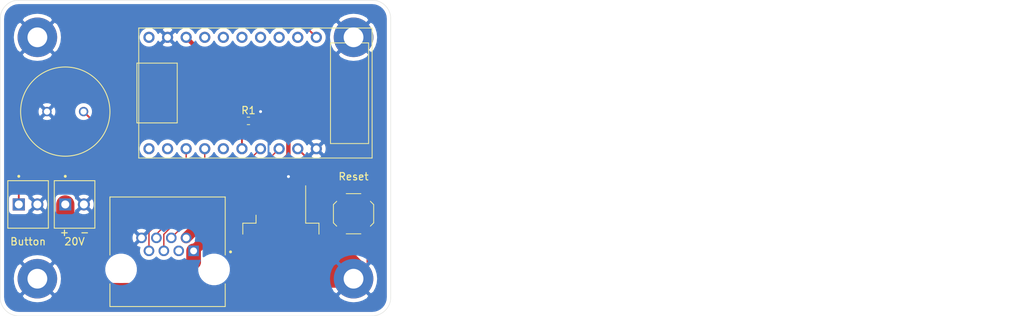
<source format=kicad_pcb>
(kicad_pcb (version 20171130) (host pcbnew 5.1.6-c6e7f7d~87~ubuntu18.04.1)

  (general
    (thickness 1.6)
    (drawings 15)
    (tracks 58)
    (zones 0)
    (modules 12)
    (nets 22)
  )

  (page A4)
  (layers
    (0 F.Cu signal)
    (31 B.Cu signal hide)
    (32 B.Adhes user hide)
    (33 F.Adhes user hide)
    (34 B.Paste user)
    (35 F.Paste user hide)
    (36 B.SilkS user)
    (37 F.SilkS user)
    (38 B.Mask user)
    (39 F.Mask user)
    (40 Dwgs.User user hide)
    (41 Cmts.User user)
    (42 Eco1.User user hide)
    (43 Eco2.User user hide)
    (44 Edge.Cuts user)
    (45 Margin user hide)
    (46 B.CrtYd user hide)
    (47 F.CrtYd user hide)
    (48 B.Fab user hide)
    (49 F.Fab user hide)
  )

  (setup
    (last_trace_width 0.25)
    (user_trace_width 0.18)
    (user_trace_width 1)
    (user_trace_width 1.5)
    (trace_clearance 0.2)
    (zone_clearance 0.508)
    (zone_45_only no)
    (trace_min 0.1524)
    (via_size 0.8)
    (via_drill 0.4)
    (via_min_size 0.4)
    (via_min_drill 0.3)
    (uvia_size 0.3)
    (uvia_drill 0.1)
    (uvias_allowed no)
    (uvia_min_size 0.2)
    (uvia_min_drill 0.1)
    (edge_width 0.05)
    (segment_width 0.2)
    (pcb_text_width 0.3)
    (pcb_text_size 1.5 1.5)
    (mod_edge_width 0.12)
    (mod_text_size 1 1)
    (mod_text_width 0.15)
    (pad_size 1.524 1.524)
    (pad_drill 0.762)
    (pad_to_mask_clearance 0.05)
    (aux_axis_origin 0 0)
    (grid_origin 62.23 110.49)
    (visible_elements FFFFFF7F)
    (pcbplotparams
      (layerselection 0x010fc_ffffffff)
      (usegerberextensions false)
      (usegerberattributes true)
      (usegerberadvancedattributes true)
      (creategerberjobfile true)
      (excludeedgelayer true)
      (linewidth 0.100000)
      (plotframeref false)
      (viasonmask false)
      (mode 1)
      (useauxorigin false)
      (hpglpennumber 1)
      (hpglpenspeed 20)
      (hpglpendiameter 15.000000)
      (psnegative false)
      (psa4output false)
      (plotreference true)
      (plotvalue true)
      (plotinvisibletext false)
      (padsonsilk false)
      (subtractmaskfromsilk false)
      (outputformat 1)
      (mirror false)
      (drillshape 1)
      (scaleselection 1)
      (outputdirectory ""))
  )

  (net 0 "")
  (net 1 "Net-(J1-Pad3)")
  (net 2 "Net-(XA1-Pad10)")
  (net 3 "Net-(XA1-Pad7)")
  (net 4 "Net-(XA1-Pad6)")
  (net 5 "Net-(XA1-Pad5)")
  (net 6 "Net-(XA1-Pad4)")
  (net 7 "Net-(XA1-Pad3)")
  (net 8 "Net-(XA1-Pad2)")
  (net 9 "Net-(XA1-Pad15)")
  (net 10 "Net-(XA1-Pad12)")
  (net 11 "Net-(XA1-Pad11)")
  (net 12 GND)
  (net 13 /SYNC)
  (net 14 /RESET)
  (net 15 /RX)
  (net 16 /TX)
  (net 17 /5V)
  (net 18 /20V)
  (net 19 "Net-(J2-Pad1)")
  (net 20 "Net-(LS1-Pad1)")
  (net 21 "Net-(SW1-Pad1)")

  (net_class Default "This is the default net class."
    (clearance 0.2)
    (trace_width 0.25)
    (via_dia 0.8)
    (via_drill 0.4)
    (uvia_dia 0.3)
    (uvia_drill 0.1)
    (add_net /20V)
    (add_net /5V)
    (add_net /RESET)
    (add_net /RX)
    (add_net /SYNC)
    (add_net /TX)
    (add_net GND)
    (add_net "Net-(J1-Pad3)")
    (add_net "Net-(J2-Pad1)")
    (add_net "Net-(LS1-Pad1)")
    (add_net "Net-(SW1-Pad1)")
    (add_net "Net-(XA1-Pad10)")
    (add_net "Net-(XA1-Pad11)")
    (add_net "Net-(XA1-Pad12)")
    (add_net "Net-(XA1-Pad15)")
    (add_net "Net-(XA1-Pad2)")
    (add_net "Net-(XA1-Pad3)")
    (add_net "Net-(XA1-Pad4)")
    (add_net "Net-(XA1-Pad5)")
    (add_net "Net-(XA1-Pad6)")
    (add_net "Net-(XA1-Pad7)")
  )

  (module MountingHole:MountingHole_2.7mm_M2.5_Pad (layer F.Cu) (tedit 56D1B4CB) (tstamp 5F566A05)
    (at 105.41 110.49)
    (descr "Mounting Hole 2.7mm, M2.5")
    (tags "mounting hole 2.7mm m2.5")
    (path /5F5D96EF)
    (attr virtual)
    (fp_text reference H4 (at 0 -3.7) (layer F.SilkS) hide
      (effects (font (size 1 1) (thickness 0.15)))
    )
    (fp_text value MountingHole_Pad (at 0 3.7) (layer F.Fab)
      (effects (font (size 1 1) (thickness 0.15)))
    )
    (fp_circle (center 0 0) (end 2.95 0) (layer F.CrtYd) (width 0.05))
    (fp_circle (center 0 0) (end 2.7 0) (layer Cmts.User) (width 0.15))
    (fp_text user %R (at 0.3 0) (layer F.Fab)
      (effects (font (size 1 1) (thickness 0.15)))
    )
    (pad 1 thru_hole circle (at 0 0) (size 5.4 5.4) (drill 2.7) (layers *.Cu *.Mask)
      (net 12 GND))
  )

  (module MountingHole:MountingHole_2.7mm_M2.5_Pad (layer F.Cu) (tedit 56D1B4CB) (tstamp 5F5669FD)
    (at 62.23 110.49)
    (descr "Mounting Hole 2.7mm, M2.5")
    (tags "mounting hole 2.7mm m2.5")
    (path /5F5D94AF)
    (attr virtual)
    (fp_text reference H3 (at 0 -3.7) (layer F.SilkS) hide
      (effects (font (size 1 1) (thickness 0.15)))
    )
    (fp_text value MountingHole_Pad (at 0 3.7) (layer F.Fab)
      (effects (font (size 1 1) (thickness 0.15)))
    )
    (fp_circle (center 0 0) (end 2.95 0) (layer F.CrtYd) (width 0.05))
    (fp_circle (center 0 0) (end 2.7 0) (layer Cmts.User) (width 0.15))
    (fp_text user %R (at 0.3 0) (layer F.Fab)
      (effects (font (size 1 1) (thickness 0.15)))
    )
    (pad 1 thru_hole circle (at 0 0) (size 5.4 5.4) (drill 2.7) (layers *.Cu *.Mask)
      (net 12 GND))
  )

  (module MountingHole:MountingHole_2.7mm_M2.5_Pad (layer F.Cu) (tedit 56D1B4CB) (tstamp 5F5669F5)
    (at 105.41 77.47)
    (descr "Mounting Hole 2.7mm, M2.5")
    (tags "mounting hole 2.7mm m2.5")
    (path /5F5D912A)
    (attr virtual)
    (fp_text reference H2 (at 0 -3.7) (layer F.SilkS) hide
      (effects (font (size 1 1) (thickness 0.15)))
    )
    (fp_text value MountingHole_Pad (at 0 3.7) (layer F.Fab)
      (effects (font (size 1 1) (thickness 0.15)))
    )
    (fp_circle (center 0 0) (end 2.95 0) (layer F.CrtYd) (width 0.05))
    (fp_circle (center 0 0) (end 2.7 0) (layer Cmts.User) (width 0.15))
    (fp_text user %R (at 0.3 0) (layer F.Fab)
      (effects (font (size 1 1) (thickness 0.15)))
    )
    (pad 1 thru_hole circle (at 0 0) (size 5.4 5.4) (drill 2.7) (layers *.Cu *.Mask)
      (net 12 GND))
  )

  (module MountingHole:MountingHole_2.7mm_M2.5_Pad (layer F.Cu) (tedit 56D1B4CB) (tstamp 5F5669ED)
    (at 62.23 77.47)
    (descr "Mounting Hole 2.7mm, M2.5")
    (tags "mounting hole 2.7mm m2.5")
    (path /5F5D1CE1)
    (attr virtual)
    (fp_text reference H1 (at 0 -3.7) (layer F.SilkS) hide
      (effects (font (size 1 1) (thickness 0.15)))
    )
    (fp_text value MountingHole_Pad (at 0 3.7) (layer F.Fab)
      (effects (font (size 1 1) (thickness 0.15)))
    )
    (fp_circle (center 0 0) (end 2.95 0) (layer F.CrtYd) (width 0.05))
    (fp_circle (center 0 0) (end 2.7 0) (layer Cmts.User) (width 0.15))
    (fp_text user %R (at 0.3 0) (layer F.Fab)
      (effects (font (size 1 1) (thickness 0.15)))
    )
    (pad 1 thru_hole circle (at 0 0) (size 5.4 5.4) (drill 2.7) (layers *.Cu *.Mask)
      (net 12 GND))
  )

  (module Package_TO_SOT_SMD:TO-263-3_TabPin2 (layer F.Cu) (tedit 5A70FB8C) (tstamp 5F55B067)
    (at 95.485 105.845 270)
    (descr "TO-263 / D2PAK / DDPAK SMD package, http://www.infineon.com/cms/en/product/packages/PG-TO263/PG-TO263-3-1/")
    (tags "D2PAK DDPAK TO-263 D2PAK-3 TO-263-3 SOT-404")
    (path /5F55C658)
    (attr smd)
    (fp_text reference U1 (at 0 -6.65 90) (layer F.SilkS) hide
      (effects (font (size 1 1) (thickness 0.15)))
    )
    (fp_text value MIC2940A-5.0WU (at 0 6.65 90) (layer F.Fab)
      (effects (font (size 1 1) (thickness 0.15)))
    )
    (fp_line (start 6.5 -5) (end 7.5 -5) (layer F.Fab) (width 0.1))
    (fp_line (start 7.5 -5) (end 7.5 5) (layer F.Fab) (width 0.1))
    (fp_line (start 7.5 5) (end 6.5 5) (layer F.Fab) (width 0.1))
    (fp_line (start 6.5 -5) (end 6.5 5) (layer F.Fab) (width 0.1))
    (fp_line (start 6.5 5) (end -2.75 5) (layer F.Fab) (width 0.1))
    (fp_line (start -2.75 5) (end -2.75 -4) (layer F.Fab) (width 0.1))
    (fp_line (start -2.75 -4) (end -1.75 -5) (layer F.Fab) (width 0.1))
    (fp_line (start -1.75 -5) (end 6.5 -5) (layer F.Fab) (width 0.1))
    (fp_line (start -2.75 -3.04) (end -7.45 -3.04) (layer F.Fab) (width 0.1))
    (fp_line (start -7.45 -3.04) (end -7.45 -2.04) (layer F.Fab) (width 0.1))
    (fp_line (start -7.45 -2.04) (end -2.75 -2.04) (layer F.Fab) (width 0.1))
    (fp_line (start -2.75 -0.5) (end -7.45 -0.5) (layer F.Fab) (width 0.1))
    (fp_line (start -7.45 -0.5) (end -7.45 0.5) (layer F.Fab) (width 0.1))
    (fp_line (start -7.45 0.5) (end -2.75 0.5) (layer F.Fab) (width 0.1))
    (fp_line (start -2.75 2.04) (end -7.45 2.04) (layer F.Fab) (width 0.1))
    (fp_line (start -7.45 2.04) (end -7.45 3.04) (layer F.Fab) (width 0.1))
    (fp_line (start -7.45 3.04) (end -2.75 3.04) (layer F.Fab) (width 0.1))
    (fp_line (start -1.45 -5.2) (end -2.95 -5.2) (layer F.SilkS) (width 0.12))
    (fp_line (start -2.95 -5.2) (end -2.95 -3.39) (layer F.SilkS) (width 0.12))
    (fp_line (start -2.95 -3.39) (end -8.075 -3.39) (layer F.SilkS) (width 0.12))
    (fp_line (start -1.45 5.2) (end -2.95 5.2) (layer F.SilkS) (width 0.12))
    (fp_line (start -2.95 5.2) (end -2.95 3.39) (layer F.SilkS) (width 0.12))
    (fp_line (start -2.95 3.39) (end -4.05 3.39) (layer F.SilkS) (width 0.12))
    (fp_line (start -8.32 -5.65) (end -8.32 5.65) (layer F.CrtYd) (width 0.05))
    (fp_line (start -8.32 5.65) (end 8.32 5.65) (layer F.CrtYd) (width 0.05))
    (fp_line (start 8.32 5.65) (end 8.32 -5.65) (layer F.CrtYd) (width 0.05))
    (fp_line (start 8.32 -5.65) (end -8.32 -5.65) (layer F.CrtYd) (width 0.05))
    (fp_text user %R (at 0 0 90) (layer F.Fab)
      (effects (font (size 1 1) (thickness 0.15)))
    )
    (pad "" smd rect (at 0.95 2.775 270) (size 4.55 5.25) (layers F.Paste))
    (pad "" smd rect (at 5.8 -2.775 270) (size 4.55 5.25) (layers F.Paste))
    (pad "" smd rect (at 0.95 -2.775 270) (size 4.55 5.25) (layers F.Paste))
    (pad "" smd rect (at 5.8 2.775 270) (size 4.55 5.25) (layers F.Paste))
    (pad 2 smd rect (at 3.375 0 270) (size 9.4 10.8) (layers F.Cu F.Mask)
      (net 12 GND))
    (pad 3 smd rect (at -5.775 2.54 270) (size 4.6 1.1) (layers F.Cu F.Paste F.Mask)
      (net 17 /5V))
    (pad 2 smd rect (at -5.775 0 270) (size 4.6 1.1) (layers F.Cu F.Paste F.Mask)
      (net 12 GND))
    (pad 1 smd rect (at -5.775 -2.54 270) (size 4.6 1.1) (layers F.Cu F.Paste F.Mask)
      (net 18 /20V))
    (model ${KISYS3DMOD}/Package_TO_SOT_SMD.3dshapes/TO-263-3_TabPin2.wrl
      (at (xyz 0 0 0))
      (scale (xyz 1 1 1))
      (rotate (xyz 0 0 0))
    )
  )

  (module Button_Switch_SMD:SW_SPST_TL3342 (layer F.Cu) (tedit 5A02FC95) (tstamp 5F55B03F)
    (at 105.41 101.6 90)
    (descr "Low-profile SMD Tactile Switch, https://www.e-switch.com/system/asset/product_line/data_sheet/165/TL3342.pdf")
    (tags "SPST Tactile Switch")
    (path /5F561014)
    (attr smd)
    (fp_text reference SW1 (at 0 -3.75 90) (layer F.SilkS) hide
      (effects (font (size 1 1) (thickness 0.15)))
    )
    (fp_text value Reset (at 0 3.75 90) (layer F.Fab)
      (effects (font (size 1 1) (thickness 0.15)))
    )
    (fp_line (start 3.2 2.1) (end 3.2 1.6) (layer F.Fab) (width 0.1))
    (fp_line (start 3.2 -2.1) (end 3.2 -1.6) (layer F.Fab) (width 0.1))
    (fp_line (start -3.2 2.1) (end -3.2 1.6) (layer F.Fab) (width 0.1))
    (fp_line (start -3.2 -2.1) (end -3.2 -1.6) (layer F.Fab) (width 0.1))
    (fp_line (start 2.7 -2.1) (end 2.7 -1.6) (layer F.Fab) (width 0.1))
    (fp_line (start 1.7 -2.1) (end 3.2 -2.1) (layer F.Fab) (width 0.1))
    (fp_line (start 3.2 -1.6) (end 2.2 -1.6) (layer F.Fab) (width 0.1))
    (fp_line (start -2.7 -2.1) (end -2.7 -1.6) (layer F.Fab) (width 0.1))
    (fp_line (start -1.7 -2.1) (end -3.2 -2.1) (layer F.Fab) (width 0.1))
    (fp_line (start -3.2 -1.6) (end -2.2 -1.6) (layer F.Fab) (width 0.1))
    (fp_line (start -2.7 2.1) (end -2.7 1.6) (layer F.Fab) (width 0.1))
    (fp_line (start -3.2 1.6) (end -2.2 1.6) (layer F.Fab) (width 0.1))
    (fp_line (start -1.7 2.1) (end -3.2 2.1) (layer F.Fab) (width 0.1))
    (fp_line (start 1.7 2.1) (end 3.2 2.1) (layer F.Fab) (width 0.1))
    (fp_line (start 2.7 2.1) (end 2.7 1.6) (layer F.Fab) (width 0.1))
    (fp_line (start 3.2 1.6) (end 2.2 1.6) (layer F.Fab) (width 0.1))
    (fp_line (start -1.7 2.3) (end -1.25 2.75) (layer F.SilkS) (width 0.12))
    (fp_line (start 1.7 2.3) (end 1.25 2.75) (layer F.SilkS) (width 0.12))
    (fp_line (start 1.7 -2.3) (end 1.25 -2.75) (layer F.SilkS) (width 0.12))
    (fp_line (start -1.7 -2.3) (end -1.25 -2.75) (layer F.SilkS) (width 0.12))
    (fp_line (start -2 -1) (end -1 -2) (layer F.Fab) (width 0.1))
    (fp_line (start -1 -2) (end 1 -2) (layer F.Fab) (width 0.1))
    (fp_line (start 1 -2) (end 2 -1) (layer F.Fab) (width 0.1))
    (fp_line (start 2 -1) (end 2 1) (layer F.Fab) (width 0.1))
    (fp_line (start 2 1) (end 1 2) (layer F.Fab) (width 0.1))
    (fp_line (start 1 2) (end -1 2) (layer F.Fab) (width 0.1))
    (fp_line (start -1 2) (end -2 1) (layer F.Fab) (width 0.1))
    (fp_line (start -2 1) (end -2 -1) (layer F.Fab) (width 0.1))
    (fp_line (start 2.75 -1) (end 2.75 1) (layer F.SilkS) (width 0.12))
    (fp_line (start -1.25 2.75) (end 1.25 2.75) (layer F.SilkS) (width 0.12))
    (fp_line (start -2.75 -1) (end -2.75 1) (layer F.SilkS) (width 0.12))
    (fp_line (start -1.25 -2.75) (end 1.25 -2.75) (layer F.SilkS) (width 0.12))
    (fp_line (start -2.6 -1.2) (end -2.6 1.2) (layer F.Fab) (width 0.1))
    (fp_line (start -2.6 1.2) (end -1.2 2.6) (layer F.Fab) (width 0.1))
    (fp_line (start -1.2 2.6) (end 1.2 2.6) (layer F.Fab) (width 0.1))
    (fp_line (start 1.2 2.6) (end 2.6 1.2) (layer F.Fab) (width 0.1))
    (fp_line (start 2.6 1.2) (end 2.6 -1.2) (layer F.Fab) (width 0.1))
    (fp_line (start 2.6 -1.2) (end 1.2 -2.6) (layer F.Fab) (width 0.1))
    (fp_line (start 1.2 -2.6) (end -1.2 -2.6) (layer F.Fab) (width 0.1))
    (fp_line (start -1.2 -2.6) (end -2.6 -1.2) (layer F.Fab) (width 0.1))
    (fp_line (start -4.25 -3) (end 4.25 -3) (layer F.CrtYd) (width 0.05))
    (fp_line (start 4.25 -3) (end 4.25 3) (layer F.CrtYd) (width 0.05))
    (fp_line (start 4.25 3) (end -4.25 3) (layer F.CrtYd) (width 0.05))
    (fp_line (start -4.25 3) (end -4.25 -3) (layer F.CrtYd) (width 0.05))
    (fp_circle (center 0 0) (end 1 0) (layer F.Fab) (width 0.1))
    (fp_text user %R (at 0 -3.75 90) (layer F.Fab)
      (effects (font (size 1 1) (thickness 0.15)))
    )
    (pad 2 smd rect (at 3.15 1.9 90) (size 1.7 1) (layers F.Cu F.Paste F.Mask)
      (net 12 GND))
    (pad 2 smd rect (at -3.15 1.9 90) (size 1.7 1) (layers F.Cu F.Paste F.Mask)
      (net 12 GND))
    (pad 1 smd rect (at 3.15 -1.9 90) (size 1.7 1) (layers F.Cu F.Paste F.Mask)
      (net 21 "Net-(SW1-Pad1)"))
    (pad 1 smd rect (at -3.15 -1.9 90) (size 1.7 1) (layers F.Cu F.Paste F.Mask)
      (net 21 "Net-(SW1-Pad1)"))
    (model ${KISYS3DMOD}/Button_Switch_SMD.3dshapes/SW_SPST_TL3342.wrl
      (at (xyz 0 0 0))
      (scale (xyz 1 1 1))
      (rotate (xyz 0 0 0))
    )
  )

  (module Capacitor_SMD:C_0603_1608Metric_Pad1.05x0.95mm_HandSolder (layer F.Cu) (tedit 5B301BBE) (tstamp 5F55B009)
    (at 91.059 88.9)
    (descr "Capacitor SMD 0603 (1608 Metric), square (rectangular) end terminal, IPC_7351 nominal with elongated pad for handsoldering. (Body size source: http://www.tortai-tech.com/upload/download/2011102023233369053.pdf), generated with kicad-footprint-generator")
    (tags "capacitor handsolder")
    (path /5F5786A5)
    (attr smd)
    (fp_text reference R1 (at 0 -1.43) (layer F.SilkS)
      (effects (font (size 1 1) (thickness 0.15)))
    )
    (fp_text value 10k (at 0 1.43) (layer F.Fab)
      (effects (font (size 1 1) (thickness 0.15)))
    )
    (fp_line (start -0.8 0.4) (end -0.8 -0.4) (layer F.Fab) (width 0.1))
    (fp_line (start -0.8 -0.4) (end 0.8 -0.4) (layer F.Fab) (width 0.1))
    (fp_line (start 0.8 -0.4) (end 0.8 0.4) (layer F.Fab) (width 0.1))
    (fp_line (start 0.8 0.4) (end -0.8 0.4) (layer F.Fab) (width 0.1))
    (fp_line (start -0.171267 -0.51) (end 0.171267 -0.51) (layer F.SilkS) (width 0.12))
    (fp_line (start -0.171267 0.51) (end 0.171267 0.51) (layer F.SilkS) (width 0.12))
    (fp_line (start -1.65 0.73) (end -1.65 -0.73) (layer F.CrtYd) (width 0.05))
    (fp_line (start -1.65 -0.73) (end 1.65 -0.73) (layer F.CrtYd) (width 0.05))
    (fp_line (start 1.65 -0.73) (end 1.65 0.73) (layer F.CrtYd) (width 0.05))
    (fp_line (start 1.65 0.73) (end -1.65 0.73) (layer F.CrtYd) (width 0.05))
    (fp_text user %R (at 0 0) (layer F.Fab)
      (effects (font (size 0.4 0.4) (thickness 0.06)))
    )
    (pad 2 smd roundrect (at 0.875 0) (size 1.05 0.95) (layers F.Cu F.Paste F.Mask) (roundrect_rratio 0.25)
      (net 12 GND))
    (pad 1 smd roundrect (at -0.875 0) (size 1.05 0.95) (layers F.Cu F.Paste F.Mask) (roundrect_rratio 0.25)
      (net 20 "Net-(LS1-Pad1)"))
    (model ${KISYS3DMOD}/Capacitor_SMD.3dshapes/C_0603_1608Metric.wrl
      (at (xyz 0 0 0))
      (scale (xyz 1 1 1))
      (rotate (xyz 0 0 0))
    )
  )

  (module PS1240P02BT:XDCR_PS1240P02BT (layer F.Cu) (tedit 5F3A8D3F) (tstamp 5F55AFF8)
    (at 66.04 87.63 180)
    (path /5F55F1A3)
    (fp_text reference LS1 (at -0.555 -7.889) (layer F.SilkS) hide
      (effects (font (size 1.4 1.4) (thickness 0.015)))
    )
    (fp_text value PS1240P02BT (at 9.224 8.111) (layer F.Fab)
      (effects (font (size 1.4 1.4) (thickness 0.015)))
    )
    (fp_circle (center 0 0) (end 6.35 0) (layer F.CrtYd) (width 0.05))
    (fp_circle (center 0 0) (end 6.1 0) (layer F.Fab) (width 0.127))
    (fp_circle (center 0 0) (end 6.1 0) (layer F.SilkS) (width 0.127))
    (pad 2 thru_hole circle (at 2.5 0 180) (size 1.28 1.28) (drill 0.85) (layers *.Cu *.Mask)
      (net 12 GND))
    (pad 1 thru_hole circle (at -2.5 0 180) (size 1.28 1.28) (drill 0.85) (layers *.Cu *.Mask)
      (net 20 "Net-(LS1-Pad1)"))
    (model /home/fgervais/Documents/kicad/parts/PS1240P02BT/PS1240P02BT--3DModel-STEP-56544.STEP
      (at (xyz 0 0 0))
      (scale (xyz 1 1 1))
      (rotate (xyz -90 0 90))
    )
  )

  (module 1546215-2:TE_1546215-2 (layer F.Cu) (tedit 5F3A81D8) (tstamp 5F55AFEF)
    (at 67.31 100.33)
    (path /5F5582B1)
    (fp_text reference J3 (at -0.595 -4.885) (layer F.SilkS) hide
      (effects (font (size 1 1) (thickness 0.015)))
    )
    (fp_text value "20v Input" (at 3.85 4.865) (layer F.Fab)
      (effects (font (size 1 1) (thickness 0.015)))
    )
    (fp_circle (center -1.27 -3.85) (end -1.17 -3.85) (layer F.Fab) (width 0.2))
    (fp_circle (center -1.27 -3.85) (end -1.17 -3.85) (layer F.SilkS) (width 0.2))
    (fp_line (start 3.02 3.5) (end -3.02 3.5) (layer F.CrtYd) (width 0.05))
    (fp_line (start 3.02 -3.5) (end 3.02 3.5) (layer F.CrtYd) (width 0.05))
    (fp_line (start -3.02 -3.5) (end 3.02 -3.5) (layer F.CrtYd) (width 0.05))
    (fp_line (start -3.02 3.5) (end -3.02 -3.5) (layer F.CrtYd) (width 0.05))
    (fp_line (start 2.77 3.25) (end -2.77 3.25) (layer F.SilkS) (width 0.127))
    (fp_line (start 2.77 -3.25) (end 2.77 3.25) (layer F.SilkS) (width 0.127))
    (fp_line (start -2.77 -3.25) (end 2.77 -3.25) (layer F.SilkS) (width 0.127))
    (fp_line (start -2.77 3.25) (end -2.77 -3.25) (layer F.SilkS) (width 0.127))
    (fp_line (start 2.77 3.25) (end -2.77 3.25) (layer F.Fab) (width 0.127))
    (fp_line (start 2.77 -3.25) (end 2.77 3.25) (layer F.Fab) (width 0.127))
    (fp_line (start -2.77 -3.25) (end 2.77 -3.25) (layer F.Fab) (width 0.127))
    (fp_line (start -2.77 3.25) (end -2.77 -3.25) (layer F.Fab) (width 0.127))
    (pad 2 thru_hole circle (at 1.27 0) (size 1.65 1.65) (drill 1.1) (layers *.Cu *.Mask)
      (net 12 GND))
    (pad 1 thru_hole rect (at -1.27 0) (size 1.65 1.65) (drill 1.1) (layers *.Cu *.Mask)
      (net 18 /20V))
    (model /home/fgervais/Documents/kicad/parts/1546215-2/1546215-2--3DModel-STEP-1.STEP
      (at (xyz 0 0 0))
      (scale (xyz 1 1 1))
      (rotate (xyz -90 0 0))
    )
  )

  (module 1546215-2:TE_1546215-2 (layer F.Cu) (tedit 5F3A81D8) (tstamp 5F55AFDB)
    (at 60.96 100.33)
    (path /5F559196)
    (fp_text reference J2 (at -0.595 -4.885) (layer F.SilkS) hide
      (effects (font (size 1 1) (thickness 0.015)))
    )
    (fp_text value "User Button" (at 3.85 4.865) (layer F.Fab)
      (effects (font (size 1 1) (thickness 0.015)))
    )
    (fp_circle (center -1.27 -3.85) (end -1.17 -3.85) (layer F.Fab) (width 0.2))
    (fp_circle (center -1.27 -3.85) (end -1.17 -3.85) (layer F.SilkS) (width 0.2))
    (fp_line (start 3.02 3.5) (end -3.02 3.5) (layer F.CrtYd) (width 0.05))
    (fp_line (start 3.02 -3.5) (end 3.02 3.5) (layer F.CrtYd) (width 0.05))
    (fp_line (start -3.02 -3.5) (end 3.02 -3.5) (layer F.CrtYd) (width 0.05))
    (fp_line (start -3.02 3.5) (end -3.02 -3.5) (layer F.CrtYd) (width 0.05))
    (fp_line (start 2.77 3.25) (end -2.77 3.25) (layer F.SilkS) (width 0.127))
    (fp_line (start 2.77 -3.25) (end 2.77 3.25) (layer F.SilkS) (width 0.127))
    (fp_line (start -2.77 -3.25) (end 2.77 -3.25) (layer F.SilkS) (width 0.127))
    (fp_line (start -2.77 3.25) (end -2.77 -3.25) (layer F.SilkS) (width 0.127))
    (fp_line (start 2.77 3.25) (end -2.77 3.25) (layer F.Fab) (width 0.127))
    (fp_line (start 2.77 -3.25) (end 2.77 3.25) (layer F.Fab) (width 0.127))
    (fp_line (start -2.77 -3.25) (end 2.77 -3.25) (layer F.Fab) (width 0.127))
    (fp_line (start -2.77 3.25) (end -2.77 -3.25) (layer F.Fab) (width 0.127))
    (pad 2 thru_hole circle (at 1.27 0) (size 1.65 1.65) (drill 1.1) (layers *.Cu *.Mask)
      (net 12 GND))
    (pad 1 thru_hole rect (at -1.27 0) (size 1.65 1.65) (drill 1.1) (layers *.Cu *.Mask)
      (net 19 "Net-(J2-Pad1)"))
    (model /home/fgervais/Documents/kicad/parts/1546215-2/1546215-2--3DModel-STEP-1.STEP
      (at (xyz 0 0 0))
      (scale (xyz 1 1 1))
      (rotate (xyz -90 0 0))
    )
  )

  (module tinypico-kicad-footprint:TINYPICO (layer F.Cu) (tedit 5F3A8BEA) (tstamp 5F555C09)
    (at 77.47 77.47 270)
    (path /5F5506BC)
    (fp_text reference XA1 (at 7.493 -12.954 270) (layer F.SilkS) hide
      (effects (font (size 1 1) (thickness 0.15)))
    )
    (fp_text value TINYPICO (at 7.62 -16.383 270) (layer F.Fab)
      (effects (font (size 1 1) (thickness 0.15)))
    )
    (fp_line (start 3.5306 1.651) (end 11.7094 1.651) (layer F.SilkS) (width 0.12))
    (fp_line (start 11.7094 -3.8608) (end 11.7094 1.651) (layer F.SilkS) (width 0.12))
    (fp_line (start 3.5306 -3.8608) (end 11.7094 -3.8608) (layer F.SilkS) (width 0.12))
    (fp_line (start 3.5306 1.651) (end 3.5306 -3.8608) (layer F.SilkS) (width 0.12))
    (fp_line (start 14.5288 -24.7904) (end 14.5288 -29.9974) (layer F.SilkS) (width 0.12))
    (fp_line (start 0.762 -24.7904) (end 14.5288 -24.7904) (layer F.SilkS) (width 0.12))
    (fp_line (start 0.762 -29.9974) (end 14.5288 -29.9974) (layer F.SilkS) (width 0.12))
    (fp_line (start 0.762 -24.7904) (end 0.762 -29.9974) (layer F.SilkS) (width 0.12))
    (fp_line (start -1.27 -30.48) (end 16.51 -30.48) (layer F.SilkS) (width 0.12))
    (fp_line (start 16.51 1.397) (end -1.27 1.397) (layer F.SilkS) (width 0.12))
    (fp_line (start 16.51 -30.48) (end 16.51 1.397) (layer F.SilkS) (width 0.12))
    (fp_line (start -1.27 1.397) (end -1.27 -30.48) (layer F.SilkS) (width 0.12))
    (pad 10 thru_hole circle (at 0 0 90) (size 1.524 1.524) (drill 0.914) (layers *.Cu *.Mask)
      (net 2 "Net-(XA1-Pad10)"))
    (pad 9 thru_hole circle (at 0 -2.54 90) (size 1.524 1.524) (drill 0.914) (layers *.Cu *.Mask)
      (net 12 GND))
    (pad 8 thru_hole circle (at 0 -5.08 90) (size 1.524 1.524) (drill 0.914) (layers *.Cu *.Mask)
      (net 17 /5V))
    (pad 7 thru_hole circle (at 0 -7.62 90) (size 1.524 1.524) (drill 0.914) (layers *.Cu *.Mask)
      (net 3 "Net-(XA1-Pad7)"))
    (pad 6 thru_hole circle (at 0 -10.16 90) (size 1.524 1.524) (drill 0.914) (layers *.Cu *.Mask)
      (net 4 "Net-(XA1-Pad6)"))
    (pad 5 thru_hole circle (at 0 -12.7 90) (size 1.524 1.524) (drill 0.914) (layers *.Cu *.Mask)
      (net 5 "Net-(XA1-Pad5)"))
    (pad 4 thru_hole circle (at 0 -15.24 90) (size 1.524 1.524) (drill 0.914) (layers *.Cu *.Mask)
      (net 6 "Net-(XA1-Pad4)"))
    (pad 3 thru_hole circle (at 0 -17.78 90) (size 1.524 1.524) (drill 0.914) (layers *.Cu *.Mask)
      (net 7 "Net-(XA1-Pad3)"))
    (pad 2 thru_hole circle (at 0 -20.32 90) (size 1.524 1.524) (drill 0.914) (layers *.Cu *.Mask)
      (net 8 "Net-(XA1-Pad2)"))
    (pad 1 thru_hole circle (at 0 -22.86 90) (size 1.524 1.524) (drill 0.914) (layers *.Cu *.Mask)
      (net 19 "Net-(J2-Pad1)"))
    (pad 20 thru_hole circle (at 15.24 -22.86 90) (size 1.524 1.524) (drill 0.914) (layers *.Cu *.Mask)
      (net 12 GND))
    (pad 19 thru_hole circle (at 15.24 -20.32 90) (size 1.524 1.524) (drill 0.914) (layers *.Cu *.Mask)
      (net 21 "Net-(SW1-Pad1)"))
    (pad 18 thru_hole circle (at 15.24 -17.78 90) (size 1.524 1.524) (drill 0.914) (layers *.Cu *.Mask)
      (net 16 /TX))
    (pad 17 thru_hole circle (at 15.24 -15.24 90) (size 1.524 1.524) (drill 0.914) (layers *.Cu *.Mask)
      (net 15 /RX))
    (pad 16 thru_hole circle (at 15.24 -12.7 90) (size 1.524 1.524) (drill 0.916) (layers *.Cu *.Mask)
      (net 20 "Net-(LS1-Pad1)"))
    (pad 15 thru_hole circle (at 15.24 -10.16 90) (size 1.524 1.524) (drill 0.914) (layers *.Cu *.Mask)
      (net 9 "Net-(XA1-Pad15)"))
    (pad 14 thru_hole circle (at 15.24 -7.62 90) (size 1.524 1.524) (drill 0.914) (layers *.Cu *.Mask)
      (net 14 /RESET))
    (pad 13 thru_hole circle (at 15.24 -5.08 90) (size 1.524 1.524) (drill 0.914) (layers *.Cu *.Mask)
      (net 13 /SYNC))
    (pad 12 thru_hole circle (at 15.24 -2.54 90) (size 1.524 1.524) (drill 0.914) (layers *.Cu *.Mask)
      (net 10 "Net-(XA1-Pad12)"))
    (pad 11 thru_hole circle (at 15.24 0 90) (size 1.524 1.524) (drill 0.914) (layers *.Cu *.Mask)
      (net 11 "Net-(XA1-Pad11)"))
    (model ${KISYS3DMOD}/Connector_PinSocket_2.54mm.3dshapes/PinSocket_1x10_P2.54mm_Vertical.step
      (at (xyz 0 0 0))
      (scale (xyz 1 1 1))
      (rotate (xyz 0 0 180))
    )
    (model ${KISYS3DMOD}/Connector_PinSocket_2.54mm.3dshapes/PinSocket_1x10_P2.54mm_Vertical.step
      (offset (xyz 15.24 0 0))
      (scale (xyz 1 1 1))
      (rotate (xyz 0 0 180))
    )
    (model /home/fgervais/Documents/kicad/parts/tinypico-kicad-footprint/tinyPICO.STEP
      (offset (xyz 64 14.5 8.15))
      (scale (xyz 1 1 1))
      (rotate (xyz -90 0 0))
    )
  )

  (module RJHSE-5080:AMPHENOL_RJHSE-5080 (layer F.Cu) (tedit 5F545567) (tstamp 5F555BE5)
    (at 80.01 109.22)
    (path /5F551818)
    (fp_text reference J1 (at -4.825 -10.935) (layer F.SilkS) hide
      (effects (font (size 1 1) (thickness 0.015)))
    )
    (fp_text value "RJ45 (Bartendro)" (at 4.065 6.065) (layer F.Fab)
      (effects (font (size 1 1) (thickness 0.015)))
    )
    (fp_line (start 8.25 -10.16) (end -8.25 -10.16) (layer F.CrtYd) (width 0.05))
    (fp_line (start 8.25 5.33) (end 8.25 -10.16) (layer F.CrtYd) (width 0.05))
    (fp_line (start -8.25 5.33) (end 8.25 5.33) (layer F.CrtYd) (width 0.05))
    (fp_line (start -8.25 -10.16) (end -8.25 5.33) (layer F.CrtYd) (width 0.05))
    (fp_circle (center 8.6 -2.4) (end 8.7 -2.4) (layer F.Fab) (width 0.2))
    (fp_circle (center 8.6 -2.4) (end 8.7 -2.4) (layer F.SilkS) (width 0.2))
    (fp_line (start 7.875 5.08) (end 7.875 1.97) (layer F.SilkS) (width 0.127))
    (fp_line (start -7.875 5.08) (end 7.875 5.08) (layer F.SilkS) (width 0.127))
    (fp_line (start -7.875 1.97) (end -7.875 5.08) (layer F.SilkS) (width 0.127))
    (fp_line (start 7.875 -9.91) (end 7.875 -1.97) (layer F.SilkS) (width 0.127))
    (fp_line (start -7.875 -9.91) (end 7.875 -9.91) (layer F.SilkS) (width 0.127))
    (fp_line (start -7.875 -1.97) (end -7.875 -9.91) (layer F.SilkS) (width 0.127))
    (fp_line (start -7.875 -9.91) (end -7.875 5.08) (layer F.Fab) (width 0.127))
    (fp_line (start 7.875 -9.91) (end -7.875 -9.91) (layer F.Fab) (width 0.127))
    (fp_line (start 7.875 5.08) (end 7.875 -9.91) (layer F.Fab) (width 0.127))
    (fp_line (start -7.875 5.08) (end 7.875 5.08) (layer F.Fab) (width 0.127))
    (pad None np_thru_hole circle (at 6.35 0) (size 3.302 3.302) (drill 3.302) (layers *.Cu *.Mask))
    (pad None np_thru_hole circle (at -6.35 0) (size 3.302 3.302) (drill 3.302) (layers *.Cu *.Mask))
    (pad 8 thru_hole circle (at -3.556 -4.318) (size 1.4478 1.4478) (drill 0.9398) (layers *.Cu *.Mask)
      (net 12 GND))
    (pad 7 thru_hole circle (at -2.54 -2.54) (size 1.4478 1.4478) (drill 0.9398) (layers *.Cu *.Mask)
      (net 13 /SYNC))
    (pad 6 thru_hole circle (at -1.524 -4.318) (size 1.4478 1.4478) (drill 0.9398) (layers *.Cu *.Mask)
      (net 14 /RESET))
    (pad 5 thru_hole circle (at -0.508 -2.54) (size 1.4478 1.4478) (drill 0.9398) (layers *.Cu *.Mask)
      (net 15 /RX))
    (pad 4 thru_hole circle (at 0.508 -4.318) (size 1.4478 1.4478) (drill 0.9398) (layers *.Cu *.Mask)
      (net 16 /TX))
    (pad 3 thru_hole circle (at 1.524 -2.54) (size 1.4478 1.4478) (drill 0.9398) (layers *.Cu *.Mask)
      (net 1 "Net-(J1-Pad3)"))
    (pad 2 thru_hole circle (at 2.54 -4.318) (size 1.4478 1.4478) (drill 0.9398) (layers *.Cu *.Mask)
      (net 17 /5V))
    (pad 1 thru_hole rect (at 3.556 -2.54) (size 1.4478 1.4478) (drill 0.9398) (layers *.Cu *.Mask)
      (net 18 /20V))
    (model /home/fgervais/Documents/kicad/parts/RJHSE-5080/RJHSE-5080--3DModel-STEP-56544.STEP
      (offset (xyz 0 2.5 0))
      (scale (xyz 1 1 1))
      (rotate (xyz -90 0 0))
    )
  )

  (gr_text "Notes:\n- The 5v going to the TinyPICO should be protected byt a diode or\nsomething to prevent conflics when USB is connected" (at 118.11 77.47) (layer Cmts.User)
    (effects (font (size 1.5 1.5) (thickness 0.3)) (justify left))
  )
  (gr_text "+  -" (at 67.31 104.14) (layer F.SilkS)
    (effects (font (size 1 1) (thickness 0.15)))
  )
  (gr_poly (pts (xy 111.76 116.84) (xy 55.88 116.84) (xy 55.88 71.12) (xy 111.76 71.12)) (layer Dwgs.User) (width 0.1))
  (gr_text Reset (at 105.41 96.52) (layer F.SilkS)
    (effects (font (size 1 1) (thickness 0.15)))
  )
  (gr_arc (start 59.69 113.03) (end 57.15 113.03) (angle -90) (layer Edge.Cuts) (width 0.05))
  (gr_arc (start 59.69 74.93) (end 59.69 72.39) (angle -90) (layer Edge.Cuts) (width 0.05))
  (gr_arc (start 107.95 74.93) (end 110.49 74.93) (angle -90) (layer Edge.Cuts) (width 0.05))
  (gr_arc (start 107.95 113.03) (end 107.95 115.57) (angle -90) (layer Edge.Cuts) (width 0.05))
  (gr_line (start 107.95 115.57) (end 59.69 115.57) (layer Edge.Cuts) (width 0.05))
  (gr_line (start 110.49 74.93) (end 110.49 113.03) (layer Edge.Cuts) (width 0.05))
  (gr_line (start 59.69 72.39) (end 107.95 72.39) (layer Edge.Cuts) (width 0.05))
  (gr_line (start 57.15 113.03) (end 57.15 74.93) (layer Edge.Cuts) (width 0.05))
  (gr_text 20V (at 67.31 105.41) (layer F.SilkS)
    (effects (font (size 1 1) (thickness 0.15)))
  )
  (gr_text Button (at 60.96 105.41) (layer F.SilkS)
    (effects (font (size 1 1) (thickness 0.15)))
  )
  (gr_text Button (at 69.85 114.3) (layer B.CrtYd)
    (effects (font (size 1 1) (thickness 0.15)) (justify mirror))
  )

  (segment (start 107.31 108.59) (end 105.41 110.49) (width 0.25) (layer F.Cu) (net 12))
  (segment (start 107.31 104.75) (end 107.31 108.59) (width 0.25) (layer F.Cu) (net 12))
  (segment (start 107.31 104.75) (end 107.31 98.45) (width 0.25) (layer F.Cu) (net 12))
  (segment (start 104.14 109.22) (end 105.41 110.49) (width 5) (layer F.Cu) (net 12))
  (segment (start 95.485 109.22) (end 104.14 109.22) (width 5) (layer F.Cu) (net 12))
  (segment (start 93.797001 93.797001) (end 93.797001 91.257001) (width 0.25) (layer B.Cu) (net 12))
  (segment (start 96.52 96.52) (end 93.797001 93.797001) (width 0.25) (layer B.Cu) (net 12))
  (segment (start 93.797001 91.257001) (end 92.71 90.17) (width 0.25) (layer B.Cu) (net 12))
  (via (at 92.71 87.63) (size 0.8) (drill 0.4) (layers F.Cu B.Cu) (net 12))
  (segment (start 91.934 88.9) (end 91.934 88.406) (width 0.25) (layer F.Cu) (net 12))
  (segment (start 91.934 88.406) (end 92.71 87.63) (width 0.25) (layer F.Cu) (net 12))
  (via (at 96.52 96.52) (size 0.8) (drill 0.4) (layers F.Cu B.Cu) (net 12))
  (segment (start 95.485 100.07) (end 95.485 97.555) (width 1) (layer F.Cu) (net 12))
  (segment (start 95.485 97.555) (end 96.52 96.52) (width 1) (layer F.Cu) (net 12))
  (segment (start 77.47 106.68) (end 77.47 104.14) (width 0.18) (layer F.Cu) (net 13))
  (segment (start 82.55 99.06) (end 82.55 92.71) (width 0.18) (layer F.Cu) (net 13))
  (segment (start 77.47 104.14) (end 82.55 99.06) (width 0.18) (layer F.Cu) (net 13))
  (segment (start 78.486 104.902) (end 78.486 104.394) (width 0.18) (layer F.Cu) (net 14))
  (segment (start 78.486 104.394) (end 85.09 97.79) (width 0.18) (layer F.Cu) (net 14))
  (segment (start 85.09 97.79) (end 85.09 92.71) (width 0.18) (layer F.Cu) (net 14))
  (segment (start 79.502 104.417426) (end 87.399426 96.52) (width 0.18) (layer F.Cu) (net 15))
  (segment (start 79.502 106.68) (end 79.502 104.417426) (width 0.18) (layer F.Cu) (net 15))
  (segment (start 88.9 96.52) (end 92.71 92.71) (width 0.18) (layer F.Cu) (net 15))
  (segment (start 87.399426 96.52) (end 88.9 96.52) (width 0.18) (layer F.Cu) (net 15))
  (segment (start 90.17 97.79) (end 95.25 92.71) (width 0.18) (layer F.Cu) (net 16))
  (segment (start 80.518 104.902) (end 87.63 97.79) (width 0.18) (layer F.Cu) (net 16))
  (segment (start 87.63 97.79) (end 90.17 97.79) (width 0.18) (layer F.Cu) (net 16))
  (segment (start 87.382 100.07) (end 92.945 100.07) (width 1.5) (layer F.Cu) (net 17))
  (segment (start 82.55 104.902) (end 87.382 100.07) (width 1.5) (layer F.Cu) (net 17))
  (segment (start 96.512001 93.602999) (end 96.512001 87.622001) (width 0.6) (layer F.Cu) (net 17))
  (segment (start 92.945 100.07) (end 92.945 97.17) (width 0.6) (layer F.Cu) (net 17))
  (segment (start 92.945 97.17) (end 96.512001 93.602999) (width 0.6) (layer F.Cu) (net 17))
  (segment (start 96.512001 87.622001) (end 91.44 82.55) (width 0.6) (layer F.Cu) (net 17))
  (segment (start 87.63 82.55) (end 82.55 77.47) (width 0.6) (layer F.Cu) (net 17))
  (segment (start 91.44 82.55) (end 87.63 82.55) (width 0.6) (layer F.Cu) (net 17))
  (segment (start 70.203003 112.321001) (end 79.448999 112.321001) (width 2.5) (layer F.Cu) (net 18))
  (segment (start 66.04 100.33) (end 66.04 108.157998) (width 2.5) (layer F.Cu) (net 18))
  (segment (start 66.04 108.157998) (end 70.203003 112.321001) (width 2.5) (layer F.Cu) (net 18))
  (segment (start 79.448999 112.321001) (end 82.55 109.22) (width 2.5) (layer F.Cu) (net 18))
  (segment (start 83.566 108.204) (end 83.566 106.68) (width 2) (layer F.Cu) (net 18))
  (segment (start 82.55 109.22) (end 83.566 108.204) (width 2) (layer F.Cu) (net 18))
  (segment (start 96.545003 103.569999) (end 98.025 102.090002) (width 1.5) (layer F.Cu) (net 18))
  (segment (start 98.025 102.090002) (end 98.025 100.07) (width 1.5) (layer F.Cu) (net 18))
  (segment (start 86.676001 103.569999) (end 96.545003 103.569999) (width 1.5) (layer F.Cu) (net 18))
  (segment (start 83.566 106.68) (end 86.676001 103.569999) (width 1.5) (layer F.Cu) (net 18))
  (segment (start 59.69 95.051798) (end 66.04 88.701798) (width 0.25) (layer F.Cu) (net 19))
  (segment (start 59.69 100.33) (end 59.69 95.051798) (width 0.25) (layer F.Cu) (net 19))
  (segment (start 66.04 88.701798) (end 66.04 82.55) (width 0.25) (layer F.Cu) (net 19))
  (segment (start 66.04 82.55) (end 73.66 74.93) (width 0.25) (layer F.Cu) (net 19))
  (segment (start 97.79 74.93) (end 100.33 77.47) (width 0.25) (layer F.Cu) (net 19))
  (segment (start 73.66 74.93) (end 97.79 74.93) (width 0.25) (layer F.Cu) (net 19))
  (segment (start 90.17 88.914) (end 90.184 88.9) (width 0.25) (layer F.Cu) (net 20))
  (segment (start 90.17 92.71) (end 90.17 88.914) (width 0.25) (layer F.Cu) (net 20))
  (segment (start 69.81 88.9) (end 68.54 87.63) (width 0.25) (layer F.Cu) (net 20))
  (segment (start 90.184 88.9) (end 69.81 88.9) (width 0.25) (layer F.Cu) (net 20))
  (segment (start 103.51 98.43) (end 97.79 92.71) (width 0.25) (layer F.Cu) (net 21))
  (segment (start 103.51 98.45) (end 103.51 98.43) (width 0.25) (layer F.Cu) (net 21))
  (segment (start 103.51 98.45) (end 103.51 104.75) (width 0.25) (layer F.Cu) (net 21))

  (zone (net 12) (net_name GND) (layer B.Cu) (tstamp 5F56D93E) (hatch edge 0.508)
    (connect_pads (clearance 0.508))
    (min_thickness 0.254)
    (fill yes (arc_segments 32) (thermal_gap 0.508) (thermal_bridge_width 0.508))
    (polygon
      (pts
        (xy 111.76 116.84) (xy 55.88 116.84) (xy 55.88 71.12) (xy 111.76 71.12)
      )
    )
    (filled_polygon
      (pts
        (xy 108.314545 73.088909) (xy 108.665208 73.19478) (xy 108.988625 73.366744) (xy 109.272484 73.598254) (xy 109.505965 73.880486)
        (xy 109.680183 74.202695) (xy 109.788502 74.552614) (xy 109.83 74.947443) (xy 109.830001 112.997711) (xy 109.791091 113.394545)
        (xy 109.68522 113.745206) (xy 109.513257 114.068623) (xy 109.281748 114.352482) (xy 108.999514 114.585965) (xy 108.677304 114.760184)
        (xy 108.327385 114.868502) (xy 107.932557 114.91) (xy 59.722279 114.91) (xy 59.325455 114.871091) (xy 58.974794 114.76522)
        (xy 58.651377 114.593257) (xy 58.367518 114.361748) (xy 58.134035 114.079514) (xy 57.959816 113.757304) (xy 57.851498 113.407385)
        (xy 57.81 113.012557) (xy 57.81 112.835374) (xy 60.064231 112.835374) (xy 60.364411 113.273828) (xy 60.943356 113.584296)
        (xy 61.571746 113.775852) (xy 62.225431 113.841134) (xy 62.879293 113.777634) (xy 63.508203 113.587792) (xy 64.087992 113.278904)
        (xy 64.095589 113.273828) (xy 64.395769 112.835374) (xy 103.244231 112.835374) (xy 103.544411 113.273828) (xy 104.123356 113.584296)
        (xy 104.751746 113.775852) (xy 105.405431 113.841134) (xy 106.059293 113.777634) (xy 106.688203 113.587792) (xy 107.267992 113.278904)
        (xy 107.275589 113.273828) (xy 107.575769 112.835374) (xy 105.41 110.669605) (xy 103.244231 112.835374) (xy 64.395769 112.835374)
        (xy 62.23 110.669605) (xy 60.064231 112.835374) (xy 57.81 112.835374) (xy 57.81 110.485431) (xy 58.878866 110.485431)
        (xy 58.942366 111.139293) (xy 59.132208 111.768203) (xy 59.441096 112.347992) (xy 59.446172 112.355589) (xy 59.884626 112.655769)
        (xy 62.050395 110.49) (xy 62.409605 110.49) (xy 64.575374 112.655769) (xy 65.013828 112.355589) (xy 65.324296 111.776644)
        (xy 65.515852 111.148254) (xy 65.581134 110.494569) (xy 65.517634 109.840707) (xy 65.327792 109.211797) (xy 65.212211 108.994849)
        (xy 71.374 108.994849) (xy 71.374 109.445151) (xy 71.46185 109.886802) (xy 71.634173 110.302827) (xy 71.884348 110.67724)
        (xy 72.20276 110.995652) (xy 72.577173 111.245827) (xy 72.993198 111.41815) (xy 73.434849 111.506) (xy 73.885151 111.506)
        (xy 74.326802 111.41815) (xy 74.742827 111.245827) (xy 75.11724 110.995652) (xy 75.435652 110.67724) (xy 75.685827 110.302827)
        (xy 75.85815 109.886802) (xy 75.946 109.445151) (xy 75.946 108.994849) (xy 75.85815 108.553198) (xy 75.685827 108.137173)
        (xy 75.435652 107.76276) (xy 75.11724 107.444348) (xy 74.742827 107.194173) (xy 74.326802 107.02185) (xy 73.885151 106.934)
        (xy 73.434849 106.934) (xy 72.993198 107.02185) (xy 72.577173 107.194173) (xy 72.20276 107.444348) (xy 71.884348 107.76276)
        (xy 71.634173 108.137173) (xy 71.46185 108.553198) (xy 71.374 108.994849) (xy 65.212211 108.994849) (xy 65.018904 108.632008)
        (xy 65.013828 108.624411) (xy 64.575374 108.324231) (xy 62.409605 110.49) (xy 62.050395 110.49) (xy 59.884626 108.324231)
        (xy 59.446172 108.624411) (xy 59.135704 109.203356) (xy 58.944148 109.831746) (xy 58.878866 110.485431) (xy 57.81 110.485431)
        (xy 57.81 108.144626) (xy 60.064231 108.144626) (xy 62.23 110.310395) (xy 64.395769 108.144626) (xy 64.095589 107.706172)
        (xy 63.516644 107.395704) (xy 62.888254 107.204148) (xy 62.234569 107.138866) (xy 61.580707 107.202366) (xy 60.951797 107.392208)
        (xy 60.372008 107.701096) (xy 60.364411 107.706172) (xy 60.064231 108.144626) (xy 57.81 108.144626) (xy 57.81 105.840347)
        (xy 75.695258 105.840347) (xy 75.757619 106.076552) (xy 76.000144 106.189841) (xy 76.183527 106.234844) (xy 76.163322 106.283624)
        (xy 76.1111 106.54616) (xy 76.1111 106.81384) (xy 76.163322 107.076376) (xy 76.265759 107.32368) (xy 76.414474 107.546248)
        (xy 76.603752 107.735526) (xy 76.82632 107.884241) (xy 77.073624 107.986678) (xy 77.33616 108.0389) (xy 77.60384 108.0389)
        (xy 77.866376 107.986678) (xy 78.11368 107.884241) (xy 78.336248 107.735526) (xy 78.486 107.585774) (xy 78.635752 107.735526)
        (xy 78.85832 107.884241) (xy 79.105624 107.986678) (xy 79.36816 108.0389) (xy 79.63584 108.0389) (xy 79.898376 107.986678)
        (xy 80.14568 107.884241) (xy 80.368248 107.735526) (xy 80.518 107.585774) (xy 80.667752 107.735526) (xy 80.89032 107.884241)
        (xy 81.137624 107.986678) (xy 81.40016 108.0389) (xy 81.66784 108.0389) (xy 81.930376 107.986678) (xy 82.17768 107.884241)
        (xy 82.33085 107.781896) (xy 82.390915 107.855085) (xy 82.487606 107.934437) (xy 82.59792 107.993402) (xy 82.717618 108.029712)
        (xy 82.8421 108.041972) (xy 84.2899 108.041972) (xy 84.405384 108.030598) (xy 84.334173 108.137173) (xy 84.16185 108.553198)
        (xy 84.074 108.994849) (xy 84.074 109.445151) (xy 84.16185 109.886802) (xy 84.334173 110.302827) (xy 84.584348 110.67724)
        (xy 84.90276 110.995652) (xy 85.277173 111.245827) (xy 85.693198 111.41815) (xy 86.134849 111.506) (xy 86.585151 111.506)
        (xy 87.026802 111.41815) (xy 87.442827 111.245827) (xy 87.81724 110.995652) (xy 88.135652 110.67724) (xy 88.263814 110.485431)
        (xy 102.058866 110.485431) (xy 102.122366 111.139293) (xy 102.312208 111.768203) (xy 102.621096 112.347992) (xy 102.626172 112.355589)
        (xy 103.064626 112.655769) (xy 105.230395 110.49) (xy 105.589605 110.49) (xy 107.755374 112.655769) (xy 108.193828 112.355589)
        (xy 108.504296 111.776644) (xy 108.695852 111.148254) (xy 108.761134 110.494569) (xy 108.697634 109.840707) (xy 108.507792 109.211797)
        (xy 108.198904 108.632008) (xy 108.193828 108.624411) (xy 107.755374 108.324231) (xy 105.589605 110.49) (xy 105.230395 110.49)
        (xy 103.064626 108.324231) (xy 102.626172 108.624411) (xy 102.315704 109.203356) (xy 102.124148 109.831746) (xy 102.058866 110.485431)
        (xy 88.263814 110.485431) (xy 88.385827 110.302827) (xy 88.55815 109.886802) (xy 88.646 109.445151) (xy 88.646 108.994849)
        (xy 88.55815 108.553198) (xy 88.388915 108.144626) (xy 103.244231 108.144626) (xy 105.41 110.310395) (xy 107.575769 108.144626)
        (xy 107.275589 107.706172) (xy 106.696644 107.395704) (xy 106.068254 107.204148) (xy 105.414569 107.138866) (xy 104.760707 107.202366)
        (xy 104.131797 107.392208) (xy 103.552008 107.701096) (xy 103.544411 107.706172) (xy 103.244231 108.144626) (xy 88.388915 108.144626)
        (xy 88.385827 108.137173) (xy 88.135652 107.76276) (xy 87.81724 107.444348) (xy 87.442827 107.194173) (xy 87.026802 107.02185)
        (xy 86.585151 106.934) (xy 86.134849 106.934) (xy 85.693198 107.02185) (xy 85.277173 107.194173) (xy 84.925484 107.429164)
        (xy 84.927972 107.4039) (xy 84.927972 105.9561) (xy 84.915712 105.831618) (xy 84.879402 105.71192) (xy 84.820437 105.601606)
        (xy 84.741085 105.504915) (xy 84.644394 105.425563) (xy 84.53408 105.366598) (xy 84.414382 105.330288) (xy 84.2899 105.318028)
        (xy 83.848538 105.318028) (xy 83.856678 105.298376) (xy 83.9089 105.03584) (xy 83.9089 104.76816) (xy 83.856678 104.505624)
        (xy 83.754241 104.25832) (xy 83.605526 104.035752) (xy 83.416248 103.846474) (xy 83.19368 103.697759) (xy 82.946376 103.595322)
        (xy 82.68384 103.5431) (xy 82.41616 103.5431) (xy 82.153624 103.595322) (xy 81.90632 103.697759) (xy 81.683752 103.846474)
        (xy 81.534 103.996226) (xy 81.384248 103.846474) (xy 81.16168 103.697759) (xy 80.914376 103.595322) (xy 80.65184 103.5431)
        (xy 80.38416 103.5431) (xy 80.121624 103.595322) (xy 79.87432 103.697759) (xy 79.651752 103.846474) (xy 79.502 103.996226)
        (xy 79.352248 103.846474) (xy 79.12968 103.697759) (xy 78.882376 103.595322) (xy 78.61984 103.5431) (xy 78.35216 103.5431)
        (xy 78.089624 103.595322) (xy 77.84232 103.697759) (xy 77.619752 103.846474) (xy 77.430474 104.035752) (xy 77.290768 104.244837)
        (xy 76.633605 104.902) (xy 76.647748 104.916143) (xy 76.468143 105.095748) (xy 76.454 105.081605) (xy 75.695258 105.840347)
        (xy 57.81 105.840347) (xy 57.81 104.975526) (xy 75.090507 104.975526) (xy 75.131051 105.240118) (xy 75.222434 105.491716)
        (xy 75.279448 105.598381) (xy 75.515653 105.660742) (xy 76.274395 104.902) (xy 75.515653 104.143258) (xy 75.279448 104.205619)
        (xy 75.166159 104.448144) (xy 75.102362 104.708109) (xy 75.090507 104.975526) (xy 57.81 104.975526) (xy 57.81 103.963653)
        (xy 75.695258 103.963653) (xy 76.454 104.722395) (xy 77.212742 103.963653) (xy 77.150381 103.727448) (xy 76.907856 103.614159)
        (xy 76.647891 103.550362) (xy 76.380474 103.538507) (xy 76.115882 103.579051) (xy 75.864284 103.670434) (xy 75.757619 103.727448)
        (xy 75.695258 103.963653) (xy 57.81 103.963653) (xy 57.81 99.505) (xy 58.226928 99.505) (xy 58.226928 101.155)
        (xy 58.239188 101.279482) (xy 58.275498 101.39918) (xy 58.334463 101.509494) (xy 58.413815 101.606185) (xy 58.510506 101.685537)
        (xy 58.62082 101.744502) (xy 58.740518 101.780812) (xy 58.865 101.793072) (xy 60.515 101.793072) (xy 60.639482 101.780812)
        (xy 60.75918 101.744502) (xy 60.869494 101.685537) (xy 60.966185 101.606185) (xy 61.045537 101.509494) (xy 61.104502 101.39918)
        (xy 61.122286 101.340551) (xy 61.399054 101.340551) (xy 61.473663 101.587073) (xy 61.733439 101.710473) (xy 62.012297 101.780823)
        (xy 62.299521 101.795417) (xy 62.584074 101.753697) (xy 62.85502 101.657265) (xy 62.986337 101.587073) (xy 63.060946 101.340551)
        (xy 62.23 100.509605) (xy 61.399054 101.340551) (xy 61.122286 101.340551) (xy 61.140812 101.279482) (xy 61.153072 101.155)
        (xy 61.153072 101.140857) (xy 61.219449 101.160946) (xy 62.050395 100.33) (xy 62.409605 100.33) (xy 63.240551 101.160946)
        (xy 63.487073 101.086337) (xy 63.610473 100.826561) (xy 63.680823 100.547703) (xy 63.695417 100.260479) (xy 63.653697 99.975926)
        (xy 63.557265 99.70498) (xy 63.487073 99.573663) (xy 63.260198 99.505) (xy 64.576928 99.505) (xy 64.576928 101.155)
        (xy 64.589188 101.279482) (xy 64.625498 101.39918) (xy 64.684463 101.509494) (xy 64.763815 101.606185) (xy 64.860506 101.685537)
        (xy 64.97082 101.744502) (xy 65.090518 101.780812) (xy 65.215 101.793072) (xy 66.865 101.793072) (xy 66.989482 101.780812)
        (xy 67.10918 101.744502) (xy 67.219494 101.685537) (xy 67.316185 101.606185) (xy 67.395537 101.509494) (xy 67.454502 101.39918)
        (xy 67.472286 101.340551) (xy 67.749054 101.340551) (xy 67.823663 101.587073) (xy 68.083439 101.710473) (xy 68.362297 101.780823)
        (xy 68.649521 101.795417) (xy 68.934074 101.753697) (xy 69.20502 101.657265) (xy 69.336337 101.587073) (xy 69.410946 101.340551)
        (xy 68.58 100.509605) (xy 67.749054 101.340551) (xy 67.472286 101.340551) (xy 67.490812 101.279482) (xy 67.503072 101.155)
        (xy 67.503072 101.140857) (xy 67.569449 101.160946) (xy 68.400395 100.33) (xy 68.759605 100.33) (xy 69.590551 101.160946)
        (xy 69.837073 101.086337) (xy 69.960473 100.826561) (xy 70.030823 100.547703) (xy 70.045417 100.260479) (xy 70.003697 99.975926)
        (xy 69.907265 99.70498) (xy 69.837073 99.573663) (xy 69.590551 99.499054) (xy 68.759605 100.33) (xy 68.400395 100.33)
        (xy 67.569449 99.499054) (xy 67.503072 99.519143) (xy 67.503072 99.505) (xy 67.490812 99.380518) (xy 67.472287 99.319449)
        (xy 67.749054 99.319449) (xy 68.58 100.150395) (xy 69.410946 99.319449) (xy 69.336337 99.072927) (xy 69.076561 98.949527)
        (xy 68.797703 98.879177) (xy 68.510479 98.864583) (xy 68.225926 98.906303) (xy 67.95498 99.002735) (xy 67.823663 99.072927)
        (xy 67.749054 99.319449) (xy 67.472287 99.319449) (xy 67.454502 99.26082) (xy 67.395537 99.150506) (xy 67.316185 99.053815)
        (xy 67.219494 98.974463) (xy 67.10918 98.915498) (xy 66.989482 98.879188) (xy 66.865 98.866928) (xy 65.215 98.866928)
        (xy 65.090518 98.879188) (xy 64.97082 98.915498) (xy 64.860506 98.974463) (xy 64.763815 99.053815) (xy 64.684463 99.150506)
        (xy 64.625498 99.26082) (xy 64.589188 99.380518) (xy 64.576928 99.505) (xy 63.260198 99.505) (xy 63.240551 99.499054)
        (xy 62.409605 100.33) (xy 62.050395 100.33) (xy 61.219449 99.499054) (xy 61.153072 99.519143) (xy 61.153072 99.505)
        (xy 61.140812 99.380518) (xy 61.122287 99.319449) (xy 61.399054 99.319449) (xy 62.23 100.150395) (xy 63.060946 99.319449)
        (xy 62.986337 99.072927) (xy 62.726561 98.949527) (xy 62.447703 98.879177) (xy 62.160479 98.864583) (xy 61.875926 98.906303)
        (xy 61.60498 99.002735) (xy 61.473663 99.072927) (xy 61.399054 99.319449) (xy 61.122287 99.319449) (xy 61.104502 99.26082)
        (xy 61.045537 99.150506) (xy 60.966185 99.053815) (xy 60.869494 98.974463) (xy 60.75918 98.915498) (xy 60.639482 98.879188)
        (xy 60.515 98.866928) (xy 58.865 98.866928) (xy 58.740518 98.879188) (xy 58.62082 98.915498) (xy 58.510506 98.974463)
        (xy 58.413815 99.053815) (xy 58.334463 99.150506) (xy 58.275498 99.26082) (xy 58.239188 99.380518) (xy 58.226928 99.505)
        (xy 57.81 99.505) (xy 57.81 92.572408) (xy 76.073 92.572408) (xy 76.073 92.847592) (xy 76.126686 93.11749)
        (xy 76.231995 93.371727) (xy 76.38488 93.600535) (xy 76.579465 93.79512) (xy 76.808273 93.948005) (xy 77.06251 94.053314)
        (xy 77.332408 94.107) (xy 77.607592 94.107) (xy 77.87749 94.053314) (xy 78.131727 93.948005) (xy 78.360535 93.79512)
        (xy 78.55512 93.600535) (xy 78.708005 93.371727) (xy 78.74 93.294485) (xy 78.771995 93.371727) (xy 78.92488 93.600535)
        (xy 79.119465 93.79512) (xy 79.348273 93.948005) (xy 79.60251 94.053314) (xy 79.872408 94.107) (xy 80.147592 94.107)
        (xy 80.41749 94.053314) (xy 80.671727 93.948005) (xy 80.900535 93.79512) (xy 81.09512 93.600535) (xy 81.248005 93.371727)
        (xy 81.28 93.294485) (xy 81.311995 93.371727) (xy 81.46488 93.600535) (xy 81.659465 93.79512) (xy 81.888273 93.948005)
        (xy 82.14251 94.053314) (xy 82.412408 94.107) (xy 82.687592 94.107) (xy 82.95749 94.053314) (xy 83.211727 93.948005)
        (xy 83.440535 93.79512) (xy 83.63512 93.600535) (xy 83.788005 93.371727) (xy 83.82 93.294485) (xy 83.851995 93.371727)
        (xy 84.00488 93.600535) (xy 84.199465 93.79512) (xy 84.428273 93.948005) (xy 84.68251 94.053314) (xy 84.952408 94.107)
        (xy 85.227592 94.107) (xy 85.49749 94.053314) (xy 85.751727 93.948005) (xy 85.980535 93.79512) (xy 86.17512 93.600535)
        (xy 86.328005 93.371727) (xy 86.36 93.294485) (xy 86.391995 93.371727) (xy 86.54488 93.600535) (xy 86.739465 93.79512)
        (xy 86.968273 93.948005) (xy 87.22251 94.053314) (xy 87.492408 94.107) (xy 87.767592 94.107) (xy 88.03749 94.053314)
        (xy 88.291727 93.948005) (xy 88.520535 93.79512) (xy 88.71512 93.600535) (xy 88.868005 93.371727) (xy 88.9 93.294485)
        (xy 88.931995 93.371727) (xy 89.08488 93.600535) (xy 89.279465 93.79512) (xy 89.508273 93.948005) (xy 89.76251 94.053314)
        (xy 90.032408 94.107) (xy 90.307592 94.107) (xy 90.57749 94.053314) (xy 90.831727 93.948005) (xy 91.060535 93.79512)
        (xy 91.25512 93.600535) (xy 91.408005 93.371727) (xy 91.44 93.294485) (xy 91.471995 93.371727) (xy 91.62488 93.600535)
        (xy 91.819465 93.79512) (xy 92.048273 93.948005) (xy 92.30251 94.053314) (xy 92.572408 94.107) (xy 92.847592 94.107)
        (xy 93.11749 94.053314) (xy 93.371727 93.948005) (xy 93.600535 93.79512) (xy 93.79512 93.600535) (xy 93.948005 93.371727)
        (xy 93.98 93.294485) (xy 94.011995 93.371727) (xy 94.16488 93.600535) (xy 94.359465 93.79512) (xy 94.588273 93.948005)
        (xy 94.84251 94.053314) (xy 95.112408 94.107) (xy 95.387592 94.107) (xy 95.65749 94.053314) (xy 95.911727 93.948005)
        (xy 96.140535 93.79512) (xy 96.33512 93.600535) (xy 96.488005 93.371727) (xy 96.52 93.294485) (xy 96.551995 93.371727)
        (xy 96.70488 93.600535) (xy 96.899465 93.79512) (xy 97.128273 93.948005) (xy 97.38251 94.053314) (xy 97.652408 94.107)
        (xy 97.927592 94.107) (xy 98.19749 94.053314) (xy 98.451727 93.948005) (xy 98.680535 93.79512) (xy 98.80009 93.675565)
        (xy 99.54404 93.675565) (xy 99.61102 93.915656) (xy 99.860048 94.032756) (xy 100.127135 94.099023) (xy 100.402017 94.11191)
        (xy 100.674133 94.070922) (xy 100.933023 93.977636) (xy 101.04898 93.915656) (xy 101.11596 93.675565) (xy 100.33 92.889605)
        (xy 99.54404 93.675565) (xy 98.80009 93.675565) (xy 98.87512 93.600535) (xy 99.028005 93.371727) (xy 99.057692 93.300057)
        (xy 99.062364 93.313023) (xy 99.124344 93.42898) (xy 99.364435 93.49596) (xy 100.150395 92.71) (xy 100.509605 92.71)
        (xy 101.295565 93.49596) (xy 101.535656 93.42898) (xy 101.652756 93.179952) (xy 101.719023 92.912865) (xy 101.73191 92.637983)
        (xy 101.690922 92.365867) (xy 101.597636 92.106977) (xy 101.535656 91.99102) (xy 101.295565 91.92404) (xy 100.509605 92.71)
        (xy 100.150395 92.71) (xy 99.364435 91.92404) (xy 99.124344 91.99102) (xy 99.060515 92.12676) (xy 99.028005 92.048273)
        (xy 98.87512 91.819465) (xy 98.80009 91.744435) (xy 99.54404 91.744435) (xy 100.33 92.530395) (xy 101.11596 91.744435)
        (xy 101.04898 91.504344) (xy 100.799952 91.387244) (xy 100.532865 91.320977) (xy 100.257983 91.30809) (xy 99.985867 91.349078)
        (xy 99.726977 91.442364) (xy 99.61102 91.504344) (xy 99.54404 91.744435) (xy 98.80009 91.744435) (xy 98.680535 91.62488)
        (xy 98.451727 91.471995) (xy 98.19749 91.366686) (xy 97.927592 91.313) (xy 97.652408 91.313) (xy 97.38251 91.366686)
        (xy 97.128273 91.471995) (xy 96.899465 91.62488) (xy 96.70488 91.819465) (xy 96.551995 92.048273) (xy 96.52 92.125515)
        (xy 96.488005 92.048273) (xy 96.33512 91.819465) (xy 96.140535 91.62488) (xy 95.911727 91.471995) (xy 95.65749 91.366686)
        (xy 95.387592 91.313) (xy 95.112408 91.313) (xy 94.84251 91.366686) (xy 94.588273 91.471995) (xy 94.359465 91.62488)
        (xy 94.16488 91.819465) (xy 94.011995 92.048273) (xy 93.98 92.125515) (xy 93.948005 92.048273) (xy 93.79512 91.819465)
        (xy 93.600535 91.62488) (xy 93.371727 91.471995) (xy 93.11749 91.366686) (xy 92.847592 91.313) (xy 92.572408 91.313)
        (xy 92.30251 91.366686) (xy 92.048273 91.471995) (xy 91.819465 91.62488) (xy 91.62488 91.819465) (xy 91.471995 92.048273)
        (xy 91.44 92.125515) (xy 91.408005 92.048273) (xy 91.25512 91.819465) (xy 91.060535 91.62488) (xy 90.831727 91.471995)
        (xy 90.57749 91.366686) (xy 90.307592 91.313) (xy 90.032408 91.313) (xy 89.76251 91.366686) (xy 89.508273 91.471995)
        (xy 89.279465 91.62488) (xy 89.08488 91.819465) (xy 88.931995 92.048273) (xy 88.9 92.125515) (xy 88.868005 92.048273)
        (xy 88.71512 91.819465) (xy 88.520535 91.62488) (xy 88.291727 91.471995) (xy 88.03749 91.366686) (xy 87.767592 91.313)
        (xy 87.492408 91.313) (xy 87.22251 91.366686) (xy 86.968273 91.471995) (xy 86.739465 91.62488) (xy 86.54488 91.819465)
        (xy 86.391995 92.048273) (xy 86.36 92.125515) (xy 86.328005 92.048273) (xy 86.17512 91.819465) (xy 85.980535 91.62488)
        (xy 85.751727 91.471995) (xy 85.49749 91.366686) (xy 85.227592 91.313) (xy 84.952408 91.313) (xy 84.68251 91.366686)
        (xy 84.428273 91.471995) (xy 84.199465 91.62488) (xy 84.00488 91.819465) (xy 83.851995 92.048273) (xy 83.82 92.125515)
        (xy 83.788005 92.048273) (xy 83.63512 91.819465) (xy 83.440535 91.62488) (xy 83.211727 91.471995) (xy 82.95749 91.366686)
        (xy 82.687592 91.313) (xy 82.412408 91.313) (xy 82.14251 91.366686) (xy 81.888273 91.471995) (xy 81.659465 91.62488)
        (xy 81.46488 91.819465) (xy 81.311995 92.048273) (xy 81.28 92.125515) (xy 81.248005 92.048273) (xy 81.09512 91.819465)
        (xy 80.900535 91.62488) (xy 80.671727 91.471995) (xy 80.41749 91.366686) (xy 80.147592 91.313) (xy 79.872408 91.313)
        (xy 79.60251 91.366686) (xy 79.348273 91.471995) (xy 79.119465 91.62488) (xy 78.92488 91.819465) (xy 78.771995 92.048273)
        (xy 78.74 92.125515) (xy 78.708005 92.048273) (xy 78.55512 91.819465) (xy 78.360535 91.62488) (xy 78.131727 91.471995)
        (xy 77.87749 91.366686) (xy 77.607592 91.313) (xy 77.332408 91.313) (xy 77.06251 91.366686) (xy 76.808273 91.471995)
        (xy 76.579465 91.62488) (xy 76.38488 91.819465) (xy 76.231995 92.048273) (xy 76.126686 92.30251) (xy 76.073 92.572408)
        (xy 57.81 92.572408) (xy 57.81 88.508376) (xy 62.841229 88.508376) (xy 62.893402 88.736031) (xy 63.121601 88.840924)
        (xy 63.365881 88.899282) (xy 63.616851 88.908862) (xy 63.864868 88.869296) (xy 64.100401 88.782105) (xy 64.186598 88.736031)
        (xy 64.238771 88.508376) (xy 63.54 87.809605) (xy 62.841229 88.508376) (xy 57.81 88.508376) (xy 57.81 87.706851)
        (xy 62.261138 87.706851) (xy 62.300704 87.954868) (xy 62.387895 88.190401) (xy 62.433969 88.276598) (xy 62.661624 88.328771)
        (xy 63.360395 87.63) (xy 63.719605 87.63) (xy 64.418376 88.328771) (xy 64.646031 88.276598) (xy 64.750924 88.048399)
        (xy 64.809282 87.804119) (xy 64.818862 87.553149) (xy 64.811089 87.504423) (xy 67.265 87.504423) (xy 67.265 87.755577)
        (xy 67.313998 88.001904) (xy 67.41011 88.233939) (xy 67.549643 88.442765) (xy 67.727235 88.620357) (xy 67.936061 88.75989)
        (xy 68.168096 88.856002) (xy 68.414423 88.905) (xy 68.665577 88.905) (xy 68.911904 88.856002) (xy 69.143939 88.75989)
        (xy 69.352765 88.620357) (xy 69.530357 88.442765) (xy 69.66989 88.233939) (xy 69.766002 88.001904) (xy 69.815 87.755577)
        (xy 69.815 87.504423) (xy 69.766002 87.258096) (xy 69.66989 87.026061) (xy 69.530357 86.817235) (xy 69.352765 86.639643)
        (xy 69.143939 86.50011) (xy 68.911904 86.403998) (xy 68.665577 86.355) (xy 68.414423 86.355) (xy 68.168096 86.403998)
        (xy 67.936061 86.50011) (xy 67.727235 86.639643) (xy 67.549643 86.817235) (xy 67.41011 87.026061) (xy 67.313998 87.258096)
        (xy 67.265 87.504423) (xy 64.811089 87.504423) (xy 64.779296 87.305132) (xy 64.692105 87.069599) (xy 64.646031 86.983402)
        (xy 64.418376 86.931229) (xy 63.719605 87.63) (xy 63.360395 87.63) (xy 62.661624 86.931229) (xy 62.433969 86.983402)
        (xy 62.329076 87.211601) (xy 62.270718 87.455881) (xy 62.261138 87.706851) (xy 57.81 87.706851) (xy 57.81 86.751624)
        (xy 62.841229 86.751624) (xy 63.54 87.450395) (xy 64.238771 86.751624) (xy 64.186598 86.523969) (xy 63.958399 86.419076)
        (xy 63.714119 86.360718) (xy 63.463149 86.351138) (xy 63.215132 86.390704) (xy 62.979599 86.477895) (xy 62.893402 86.523969)
        (xy 62.841229 86.751624) (xy 57.81 86.751624) (xy 57.81 79.815374) (xy 60.064231 79.815374) (xy 60.364411 80.253828)
        (xy 60.943356 80.564296) (xy 61.571746 80.755852) (xy 62.225431 80.821134) (xy 62.879293 80.757634) (xy 63.508203 80.567792)
        (xy 64.087992 80.258904) (xy 64.095589 80.253828) (xy 64.395769 79.815374) (xy 103.244231 79.815374) (xy 103.544411 80.253828)
        (xy 104.123356 80.564296) (xy 104.751746 80.755852) (xy 105.405431 80.821134) (xy 106.059293 80.757634) (xy 106.688203 80.567792)
        (xy 107.267992 80.258904) (xy 107.275589 80.253828) (xy 107.575769 79.815374) (xy 105.41 77.649605) (xy 103.244231 79.815374)
        (xy 64.395769 79.815374) (xy 62.23 77.649605) (xy 60.064231 79.815374) (xy 57.81 79.815374) (xy 57.81 77.465431)
        (xy 58.878866 77.465431) (xy 58.942366 78.119293) (xy 59.132208 78.748203) (xy 59.441096 79.327992) (xy 59.446172 79.335589)
        (xy 59.884626 79.635769) (xy 62.050395 77.47) (xy 62.409605 77.47) (xy 64.575374 79.635769) (xy 65.013828 79.335589)
        (xy 65.324296 78.756644) (xy 65.515852 78.128254) (xy 65.581134 77.474569) (xy 65.567328 77.332408) (xy 76.073 77.332408)
        (xy 76.073 77.607592) (xy 76.126686 77.87749) (xy 76.231995 78.131727) (xy 76.38488 78.360535) (xy 76.579465 78.55512)
        (xy 76.808273 78.708005) (xy 77.06251 78.813314) (xy 77.332408 78.867) (xy 77.607592 78.867) (xy 77.87749 78.813314)
        (xy 78.131727 78.708005) (xy 78.360535 78.55512) (xy 78.48009 78.435565) (xy 79.22404 78.435565) (xy 79.29102 78.675656)
        (xy 79.540048 78.792756) (xy 79.807135 78.859023) (xy 80.082017 78.87191) (xy 80.354133 78.830922) (xy 80.613023 78.737636)
        (xy 80.72898 78.675656) (xy 80.79596 78.435565) (xy 80.01 77.649605) (xy 79.22404 78.435565) (xy 78.48009 78.435565)
        (xy 78.55512 78.360535) (xy 78.708005 78.131727) (xy 78.737692 78.060057) (xy 78.742364 78.073023) (xy 78.804344 78.18898)
        (xy 79.044435 78.25596) (xy 79.830395 77.47) (xy 80.189605 77.47) (xy 80.975565 78.25596) (xy 81.215656 78.18898)
        (xy 81.279485 78.05324) (xy 81.311995 78.131727) (xy 81.46488 78.360535) (xy 81.659465 78.55512) (xy 81.888273 78.708005)
        (xy 82.14251 78.813314) (xy 82.412408 78.867) (xy 82.687592 78.867) (xy 82.95749 78.813314) (xy 83.211727 78.708005)
        (xy 83.440535 78.55512) (xy 83.63512 78.360535) (xy 83.788005 78.131727) (xy 83.82 78.054485) (xy 83.851995 78.131727)
        (xy 84.00488 78.360535) (xy 84.199465 78.55512) (xy 84.428273 78.708005) (xy 84.68251 78.813314) (xy 84.952408 78.867)
        (xy 85.227592 78.867) (xy 85.49749 78.813314) (xy 85.751727 78.708005) (xy 85.980535 78.55512) (xy 86.17512 78.360535)
        (xy 86.328005 78.131727) (xy 86.36 78.054485) (xy 86.391995 78.131727) (xy 86.54488 78.360535) (xy 86.739465 78.55512)
        (xy 86.968273 78.708005) (xy 87.22251 78.813314) (xy 87.492408 78.867) (xy 87.767592 78.867) (xy 88.03749 78.813314)
        (xy 88.291727 78.708005) (xy 88.520535 78.55512) (xy 88.71512 78.360535) (xy 88.868005 78.131727) (xy 88.9 78.054485)
        (xy 88.931995 78.131727) (xy 89.08488 78.360535) (xy 89.279465 78.55512) (xy 89.508273 78.708005) (xy 89.76251 78.813314)
        (xy 90.032408 78.867) (xy 90.307592 78.867) (xy 90.57749 78.813314) (xy 90.831727 78.708005) (xy 91.060535 78.55512)
        (xy 91.25512 78.360535) (xy 91.408005 78.131727) (xy 91.44 78.054485) (xy 91.471995 78.131727) (xy 91.62488 78.360535)
        (xy 91.819465 78.55512) (xy 92.048273 78.708005) (xy 92.30251 78.813314) (xy 92.572408 78.867) (xy 92.847592 78.867)
        (xy 93.11749 78.813314) (xy 93.371727 78.708005) (xy 93.600535 78.55512) (xy 93.79512 78.360535) (xy 93.948005 78.131727)
        (xy 93.98 78.054485) (xy 94.011995 78.131727) (xy 94.16488 78.360535) (xy 94.359465 78.55512) (xy 94.588273 78.708005)
        (xy 94.84251 78.813314) (xy 95.112408 78.867) (xy 95.387592 78.867) (xy 95.65749 78.813314) (xy 95.911727 78.708005)
        (xy 96.140535 78.55512) (xy 96.33512 78.360535) (xy 96.488005 78.131727) (xy 96.52 78.054485) (xy 96.551995 78.131727)
        (xy 96.70488 78.360535) (xy 96.899465 78.55512) (xy 97.128273 78.708005) (xy 97.38251 78.813314) (xy 97.652408 78.867)
        (xy 97.927592 78.867) (xy 98.19749 78.813314) (xy 98.451727 78.708005) (xy 98.680535 78.55512) (xy 98.87512 78.360535)
        (xy 99.028005 78.131727) (xy 99.06 78.054485) (xy 99.091995 78.131727) (xy 99.24488 78.360535) (xy 99.439465 78.55512)
        (xy 99.668273 78.708005) (xy 99.92251 78.813314) (xy 100.192408 78.867) (xy 100.467592 78.867) (xy 100.73749 78.813314)
        (xy 100.991727 78.708005) (xy 101.220535 78.55512) (xy 101.41512 78.360535) (xy 101.568005 78.131727) (xy 101.673314 77.87749)
        (xy 101.727 77.607592) (xy 101.727 77.465431) (xy 102.058866 77.465431) (xy 102.122366 78.119293) (xy 102.312208 78.748203)
        (xy 102.621096 79.327992) (xy 102.626172 79.335589) (xy 103.064626 79.635769) (xy 105.230395 77.47) (xy 105.589605 77.47)
        (xy 107.755374 79.635769) (xy 108.193828 79.335589) (xy 108.504296 78.756644) (xy 108.695852 78.128254) (xy 108.761134 77.474569)
        (xy 108.697634 76.820707) (xy 108.507792 76.191797) (xy 108.198904 75.612008) (xy 108.193828 75.604411) (xy 107.755374 75.304231)
        (xy 105.589605 77.47) (xy 105.230395 77.47) (xy 103.064626 75.304231) (xy 102.626172 75.604411) (xy 102.315704 76.183356)
        (xy 102.124148 76.811746) (xy 102.058866 77.465431) (xy 101.727 77.465431) (xy 101.727 77.332408) (xy 101.673314 77.06251)
        (xy 101.568005 76.808273) (xy 101.41512 76.579465) (xy 101.220535 76.38488) (xy 100.991727 76.231995) (xy 100.73749 76.126686)
        (xy 100.467592 76.073) (xy 100.192408 76.073) (xy 99.92251 76.126686) (xy 99.668273 76.231995) (xy 99.439465 76.38488)
        (xy 99.24488 76.579465) (xy 99.091995 76.808273) (xy 99.06 76.885515) (xy 99.028005 76.808273) (xy 98.87512 76.579465)
        (xy 98.680535 76.38488) (xy 98.451727 76.231995) (xy 98.19749 76.126686) (xy 97.927592 76.073) (xy 97.652408 76.073)
        (xy 97.38251 76.126686) (xy 97.128273 76.231995) (xy 96.899465 76.38488) (xy 96.70488 76.579465) (xy 96.551995 76.808273)
        (xy 96.52 76.885515) (xy 96.488005 76.808273) (xy 96.33512 76.579465) (xy 96.140535 76.38488) (xy 95.911727 76.231995)
        (xy 95.65749 76.126686) (xy 95.387592 76.073) (xy 95.112408 76.073) (xy 94.84251 76.126686) (xy 94.588273 76.231995)
        (xy 94.359465 76.38488) (xy 94.16488 76.579465) (xy 94.011995 76.808273) (xy 93.98 76.885515) (xy 93.948005 76.808273)
        (xy 93.79512 76.579465) (xy 93.600535 76.38488) (xy 93.371727 76.231995) (xy 93.11749 76.126686) (xy 92.847592 76.073)
        (xy 92.572408 76.073) (xy 92.30251 76.126686) (xy 92.048273 76.231995) (xy 91.819465 76.38488) (xy 91.62488 76.579465)
        (xy 91.471995 76.808273) (xy 91.44 76.885515) (xy 91.408005 76.808273) (xy 91.25512 76.579465) (xy 91.060535 76.38488)
        (xy 90.831727 76.231995) (xy 90.57749 76.126686) (xy 90.307592 76.073) (xy 90.032408 76.073) (xy 89.76251 76.126686)
        (xy 89.508273 76.231995) (xy 89.279465 76.38488) (xy 89.08488 76.579465) (xy 88.931995 76.808273) (xy 88.9 76.885515)
        (xy 88.868005 76.808273) (xy 88.71512 76.579465) (xy 88.520535 76.38488) (xy 88.291727 76.231995) (xy 88.03749 76.126686)
        (xy 87.767592 76.073) (xy 87.492408 76.073) (xy 87.22251 76.126686) (xy 86.968273 76.231995) (xy 86.739465 76.38488)
        (xy 86.54488 76.579465) (xy 86.391995 76.808273) (xy 86.36 76.885515) (xy 86.328005 76.808273) (xy 86.17512 76.579465)
        (xy 85.980535 76.38488) (xy 85.751727 76.231995) (xy 85.49749 76.126686) (xy 85.227592 76.073) (xy 84.952408 76.073)
        (xy 84.68251 76.126686) (xy 84.428273 76.231995) (xy 84.199465 76.38488) (xy 84.00488 76.579465) (xy 83.851995 76.808273)
        (xy 83.82 76.885515) (xy 83.788005 76.808273) (xy 83.63512 76.579465) (xy 83.440535 76.38488) (xy 83.211727 76.231995)
        (xy 82.95749 76.126686) (xy 82.687592 76.073) (xy 82.412408 76.073) (xy 82.14251 76.126686) (xy 81.888273 76.231995)
        (xy 81.659465 76.38488) (xy 81.46488 76.579465) (xy 81.311995 76.808273) (xy 81.282308 76.879943) (xy 81.277636 76.866977)
        (xy 81.215656 76.75102) (xy 80.975565 76.68404) (xy 80.189605 77.47) (xy 79.830395 77.47) (xy 79.044435 76.68404)
        (xy 78.804344 76.75102) (xy 78.740515 76.88676) (xy 78.708005 76.808273) (xy 78.55512 76.579465) (xy 78.48009 76.504435)
        (xy 79.22404 76.504435) (xy 80.01 77.290395) (xy 80.79596 76.504435) (xy 80.72898 76.264344) (xy 80.479952 76.147244)
        (xy 80.212865 76.080977) (xy 79.937983 76.06809) (xy 79.665867 76.109078) (xy 79.406977 76.202364) (xy 79.29102 76.264344)
        (xy 79.22404 76.504435) (xy 78.48009 76.504435) (xy 78.360535 76.38488) (xy 78.131727 76.231995) (xy 77.87749 76.126686)
        (xy 77.607592 76.073) (xy 77.332408 76.073) (xy 77.06251 76.126686) (xy 76.808273 76.231995) (xy 76.579465 76.38488)
        (xy 76.38488 76.579465) (xy 76.231995 76.808273) (xy 76.126686 77.06251) (xy 76.073 77.332408) (xy 65.567328 77.332408)
        (xy 65.517634 76.820707) (xy 65.327792 76.191797) (xy 65.018904 75.612008) (xy 65.013828 75.604411) (xy 64.575374 75.304231)
        (xy 62.409605 77.47) (xy 62.050395 77.47) (xy 59.884626 75.304231) (xy 59.446172 75.604411) (xy 59.135704 76.183356)
        (xy 58.944148 76.811746) (xy 58.878866 77.465431) (xy 57.81 77.465431) (xy 57.81 75.124626) (xy 60.064231 75.124626)
        (xy 62.23 77.290395) (xy 64.395769 75.124626) (xy 103.244231 75.124626) (xy 105.41 77.290395) (xy 107.575769 75.124626)
        (xy 107.275589 74.686172) (xy 106.696644 74.375704) (xy 106.068254 74.184148) (xy 105.414569 74.118866) (xy 104.760707 74.182366)
        (xy 104.131797 74.372208) (xy 103.552008 74.681096) (xy 103.544411 74.686172) (xy 103.244231 75.124626) (xy 64.395769 75.124626)
        (xy 64.095589 74.686172) (xy 63.516644 74.375704) (xy 62.888254 74.184148) (xy 62.234569 74.118866) (xy 61.580707 74.182366)
        (xy 60.951797 74.372208) (xy 60.372008 74.681096) (xy 60.364411 74.686172) (xy 60.064231 75.124626) (xy 57.81 75.124626)
        (xy 57.81 74.962279) (xy 57.848909 74.565455) (xy 57.95478 74.214792) (xy 58.126744 73.891375) (xy 58.358254 73.607516)
        (xy 58.640486 73.374035) (xy 58.962695 73.199817) (xy 59.312614 73.091498) (xy 59.707443 73.05) (xy 107.917721 73.05)
      )
    )
  )
)

</source>
